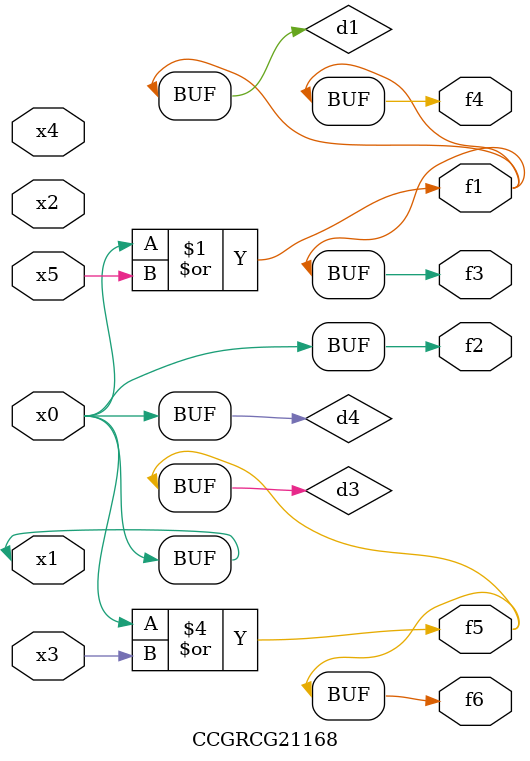
<source format=v>
module CCGRCG21168(
	input x0, x1, x2, x3, x4, x5,
	output f1, f2, f3, f4, f5, f6
);

	wire d1, d2, d3, d4;

	or (d1, x0, x5);
	xnor (d2, x1, x4);
	or (d3, x0, x3);
	buf (d4, x0, x1);
	assign f1 = d1;
	assign f2 = d4;
	assign f3 = d1;
	assign f4 = d1;
	assign f5 = d3;
	assign f6 = d3;
endmodule

</source>
